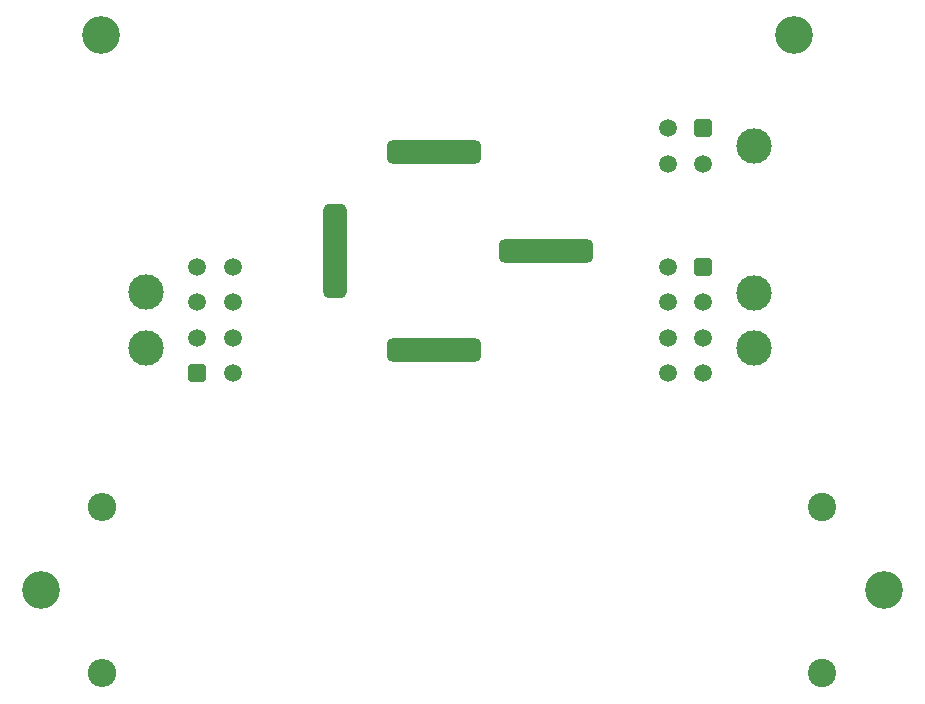
<source format=gbr>
%TF.GenerationSoftware,KiCad,Pcbnew,(6.0.1)*%
%TF.CreationDate,2022-06-01T15:12:45+03:00*%
%TF.ProjectId,Charge Adapter,43686172-6765-4204-9164-61707465722e,rev?*%
%TF.SameCoordinates,Original*%
%TF.FileFunction,Soldermask,Bot*%
%TF.FilePolarity,Negative*%
%FSLAX46Y46*%
G04 Gerber Fmt 4.6, Leading zero omitted, Abs format (unit mm)*
G04 Created by KiCad (PCBNEW (6.0.1)) date 2022-06-01 15:12:45*
%MOMM*%
%LPD*%
G01*
G04 APERTURE LIST*
G04 Aperture macros list*
%AMRoundRect*
0 Rectangle with rounded corners*
0 $1 Rounding radius*
0 $2 $3 $4 $5 $6 $7 $8 $9 X,Y pos of 4 corners*
0 Add a 4 corners polygon primitive as box body*
4,1,4,$2,$3,$4,$5,$6,$7,$8,$9,$2,$3,0*
0 Add four circle primitives for the rounded corners*
1,1,$1+$1,$2,$3*
1,1,$1+$1,$4,$5*
1,1,$1+$1,$6,$7*
1,1,$1+$1,$8,$9*
0 Add four rect primitives between the rounded corners*
20,1,$1+$1,$2,$3,$4,$5,0*
20,1,$1+$1,$4,$5,$6,$7,0*
20,1,$1+$1,$6,$7,$8,$9,0*
20,1,$1+$1,$8,$9,$2,$3,0*%
G04 Aperture macros list end*
%ADD10C,3.200000*%
%ADD11C,2.400000*%
%ADD12O,2.400000X2.400000*%
%ADD13C,3.000000*%
%ADD14RoundRect,0.250001X0.499999X-0.499999X0.499999X0.499999X-0.499999X0.499999X-0.499999X-0.499999X0*%
%ADD15C,1.500000*%
%ADD16RoundRect,0.250001X-0.499999X0.499999X-0.499999X-0.499999X0.499999X-0.499999X0.499999X0.499999X0*%
%ADD17RoundRect,0.500000X3.500000X0.500000X-3.500000X0.500000X-3.500000X-0.500000X3.500000X-0.500000X0*%
%ADD18RoundRect,0.500000X-0.500000X3.500000X-0.500000X-3.500000X0.500000X-3.500000X0.500000X3.500000X0*%
G04 APERTURE END LIST*
D10*
%TO.C,H4*%
X160274000Y-90170000D03*
%TD*%
%TO.C,H3*%
X152654000Y-43180000D03*
%TD*%
%TO.C,H2*%
X88900000Y-90170000D03*
%TD*%
%TO.C,H1*%
X93980000Y-43180000D03*
%TD*%
D11*
%TO.C,R2*%
X155071000Y-83139000D03*
D12*
X94111000Y-83139000D03*
%TD*%
D11*
%TO.C,R1*%
X155071000Y-97189000D03*
D12*
X94111000Y-97189000D03*
%TD*%
D13*
%TO.C,J3*%
X97833000Y-69650000D03*
X97833000Y-64950000D03*
D14*
X102153000Y-71810000D03*
D15*
X102153000Y-68810000D03*
X102153000Y-65810000D03*
X102153000Y-62810000D03*
X105153000Y-71810000D03*
X105153000Y-68810000D03*
X105153000Y-65810000D03*
X105153000Y-62810000D03*
%TD*%
D13*
%TO.C,J2*%
X149309000Y-52578000D03*
D16*
X144989000Y-51078000D03*
D15*
X144989000Y-54078000D03*
X141989000Y-51078000D03*
X141989000Y-54078000D03*
%TD*%
D13*
%TO.C,J1*%
X149309000Y-64970000D03*
X149309000Y-69670000D03*
D16*
X144989000Y-62810000D03*
D15*
X144989000Y-65810000D03*
X144989000Y-68810000D03*
X144989000Y-71810000D03*
X141989000Y-62810000D03*
X141989000Y-65810000D03*
X141989000Y-68810000D03*
X141989000Y-71810000D03*
%TD*%
D17*
%TO.C,D1*%
X131674000Y-61468000D03*
X122174000Y-69868000D03*
X122174000Y-53068000D03*
D18*
X113774000Y-61468000D03*
%TD*%
M02*

</source>
